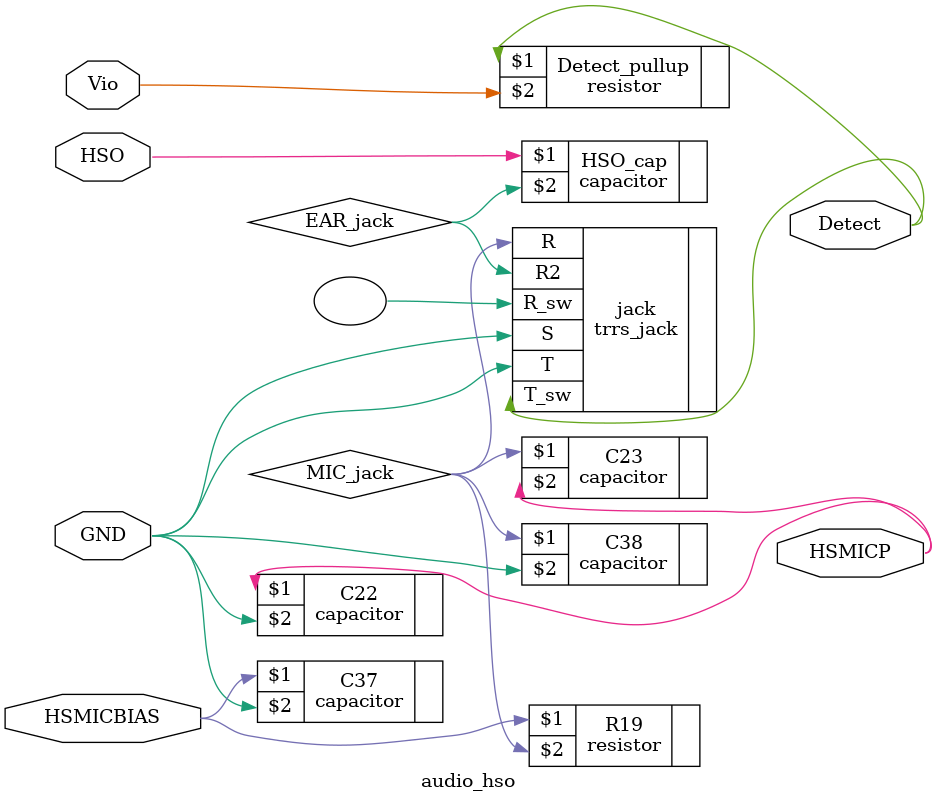
<source format=v>
/*
 * This Verilog module encapsulates our secondary headset audio channel,
 * connected to Iota headset interface.
 */

module audio_hso (GND, Vio, HSMICBIAS, HSMICP, HSO, Detect);

input GND, Vio;
input HSO, HSMICBIAS;
output HSMICP, Detect;

/* internal wires */

wire EAR_jack, MIC_jack;

/* instantiate the jack */

trrs_jack jack (.T(GND),
		.R(MIC_jack),
		.R2(EAR_jack),
		.S(GND),
		.T_sw(Detect),
		.R_sw()		/* not used */
	);

/* output path */

capacitor HSO_cap (HSO, EAR_jack);

/* microphone input circuit */

capacitor C37 (HSMICBIAS, GND);
resistor R19 (HSMICBIAS, MIC_jack);

capacitor C38 (MIC_jack, GND);

capacitor C23 (MIC_jack, HSMICP);
capacitor C22 (HSMICP, GND);

/* Detect pull-up resistor */

resistor Detect_pullup (Detect, Vio);

endmodule

</source>
